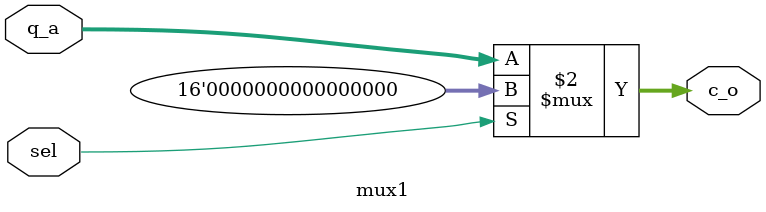
<source format=sv>
module mux1(
input logic [15:0]q_a,
input logic sel,
output logic [15:0] c_o
);

assign c_o = (sel == 1) ? 16'h0000:q_a;
endmodule
</source>
